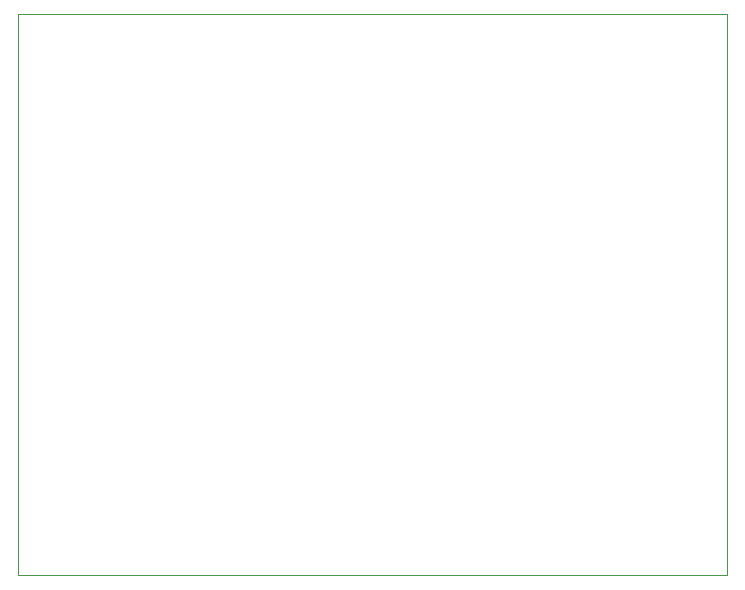
<source format=gbr>
%TF.GenerationSoftware,KiCad,Pcbnew,7.0.6*%
%TF.CreationDate,2023-10-13T10:01:51+08:00*%
%TF.ProjectId,86_BOX_PANEL,38365f42-4f58-45f5-9041-4e454c2e6b69,rev?*%
%TF.SameCoordinates,Original*%
%TF.FileFunction,Profile,NP*%
%FSLAX46Y46*%
G04 Gerber Fmt 4.6, Leading zero omitted, Abs format (unit mm)*
G04 Created by KiCad (PCBNEW 7.0.6) date 2023-10-13 10:01:51*
%MOMM*%
%LPD*%
G01*
G04 APERTURE LIST*
%TA.AperFunction,Profile*%
%ADD10C,0.100000*%
%TD*%
G04 APERTURE END LIST*
D10*
X116510000Y-108630000D02*
X160010000Y-108630000D01*
X116510000Y-108630000D02*
X100010000Y-108630000D01*
X116510000Y-61130000D02*
X160010000Y-61130000D01*
X100010000Y-61130000D02*
X100010000Y-108630000D01*
X160010000Y-108630000D02*
X160010000Y-61130000D01*
X116510000Y-61130000D02*
X100010000Y-61130000D01*
M02*

</source>
